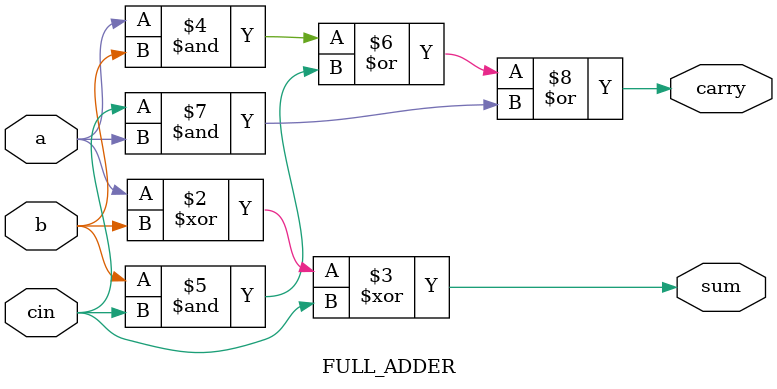
<source format=v>
`timescale 1ns / 1ps

module FULL_ADDER(
    input a,b,cin,             //Three inputs
    output reg sum,carry       //Output as Reg
    );
    
    always @(*)
    begin 
        sum   = a^b^cin;
        carry = (a&b)|(b&cin)|(cin&a); 
    end
endmodule

</source>
